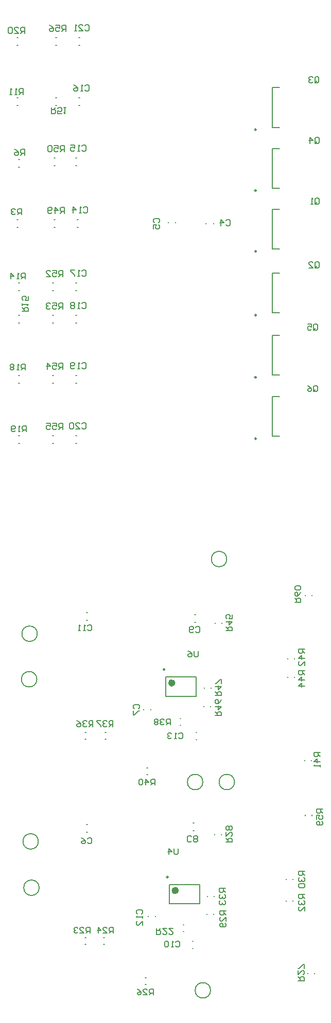
<source format=gbr>
G04 Layer_Color=32896*
%FSLAX26Y26*%
%MOIN*%
%TF.FileFunction,Legend,Bot*%
%TF.Part,Single*%
G01*
G75*
%TA.AperFunction,NonConductor*%
%ADD46C,0.007874*%
%ADD47C,0.009842*%
%ADD48C,0.023622*%
D46*
X268000Y2391000D02*
G03*
X268000Y2391000I-50000J0D01*
G01*
X265000Y2096000D02*
G03*
X265000Y2096000I-50000J0D01*
G01*
X1390000Y80000D02*
G03*
X1390000Y80000I-50000J0D01*
G01*
X1495000Y2875000D02*
G03*
X1495000Y2875000I-50000J0D01*
G01*
X1340000Y1430000D02*
G03*
X1340000Y1430000I-50000J0D01*
G01*
X280000Y745000D02*
G03*
X280000Y745000I-50000J0D01*
G01*
X275000Y1045000D02*
G03*
X275000Y1045000I-50000J0D01*
G01*
X1545000Y1430000D02*
G03*
X1545000Y1430000I-50000J0D01*
G01*
X2046654Y1213032D02*
Y1216969D01*
X2003347Y1213032D02*
Y1216969D01*
X2046654Y2638032D02*
Y2641969D01*
X2003347Y2638032D02*
Y2641969D01*
X1409606Y5048032D02*
Y5051968D01*
X1360394Y5048032D02*
Y5051968D01*
X1921654Y658032D02*
Y661970D01*
X1878348Y658032D02*
Y661970D01*
X698032Y421654D02*
X701970D01*
X698032Y378348D02*
X701970D01*
X578032D02*
X581968D01*
X578032Y421654D02*
X581968D01*
X1888346Y2228032D02*
Y2231970D01*
X1931654Y2228032D02*
Y2231970D01*
X1297536Y1753008D02*
X1301472D01*
X1297536Y1703796D02*
X1301472D01*
X588048Y2478644D02*
X591986D01*
X588048Y2527856D02*
X591986D01*
X588032Y1105394D02*
X591968D01*
X588032Y1154606D02*
X591968D01*
X1273032Y399606D02*
X1276968D01*
X1273032Y350394D02*
X1276968D01*
X1791278Y4067768D02*
X1836434D01*
X1791278D02*
Y4325248D01*
X1836434D01*
X1791278Y3669854D02*
X1836434D01*
X1791278D02*
Y3927334D01*
X1836434D01*
X1791276Y5672662D02*
X1836434D01*
X1791276D02*
Y5930142D01*
X1836434D01*
X1791276Y5278302D02*
X1836434D01*
X1791276D02*
Y5535782D01*
X1836434D01*
X1791276Y4470168D02*
X1836434D01*
X1791276D02*
Y4727648D01*
X1836434D01*
X1791276Y4883946D02*
X1836434D01*
X1791276D02*
Y5141426D01*
X1836434D01*
X708032Y1751654D02*
X711970D01*
X708032Y1708346D02*
X711970D01*
X1099080Y2111394D02*
X1295930D01*
X1099080Y1985410D02*
X1295930D01*
X1099080D02*
Y2111394D01*
X1295930Y1985410D02*
Y2111394D01*
X1391158Y1918432D02*
Y1922370D01*
X1347852Y1918432D02*
Y1922370D01*
X1391652Y2038032D02*
Y2041970D01*
X1348346Y2038032D02*
Y2041970D01*
X1411652Y688032D02*
Y691970D01*
X1368346Y688032D02*
Y691970D01*
X1411158Y571432D02*
Y575370D01*
X1367852Y571432D02*
Y575370D01*
X1460156Y1088434D02*
Y1092372D01*
X1416850Y1088434D02*
Y1092372D01*
X1121592Y766242D02*
X1318442D01*
X1121592Y640258D02*
X1318442D01*
X1121592D02*
Y766242D01*
X1318442Y640258D02*
Y766242D01*
X2018346Y188032D02*
Y191968D01*
X2061652Y188032D02*
Y191968D01*
X1211536Y461748D02*
X1215472D01*
X1211536Y505056D02*
X1215472D01*
X1193536Y1798748D02*
X1197472D01*
X1193536Y1842056D02*
X1197472D01*
X1998348Y1568032D02*
Y1571970D01*
X2041654Y1568032D02*
Y1571970D01*
X1004606Y1898032D02*
Y1901968D01*
X955394Y1898032D02*
Y1901968D01*
X1278032Y1164606D02*
X1281968D01*
X1278032Y1115394D02*
X1281968D01*
X1288032Y2514606D02*
X1291968D01*
X1288032Y2465394D02*
X1291968D01*
X1034606Y558032D02*
Y561968D01*
X985394Y558032D02*
Y561968D01*
X968032Y161654D02*
X971968D01*
X968032Y118346D02*
X971968D01*
X1888346Y2108032D02*
Y2111968D01*
X1931654Y2108032D02*
Y2111968D01*
X978032Y1521654D02*
X981968D01*
X978032Y1478346D02*
X981968D01*
X578032Y1751654D02*
X581968D01*
X578032Y1708346D02*
X581968D01*
X1921654Y798032D02*
Y801970D01*
X1878346Y798032D02*
Y801970D01*
X1461654Y2458032D02*
Y2461968D01*
X1418346Y2458032D02*
Y2461968D01*
X138030Y6253622D02*
X141968D01*
X138030Y6206378D02*
X141968D01*
X388032D02*
X391968D01*
X388032Y6253622D02*
X391968D01*
X538032Y6254606D02*
X541968D01*
X538032Y6205394D02*
X541968D01*
X138032Y5816378D02*
X141968D01*
X138032Y5863622D02*
X141968D01*
X388032Y5816378D02*
X391968D01*
X388032Y5863622D02*
X391968D01*
X538032Y5864606D02*
X541968D01*
X538032Y5815394D02*
X541968D01*
X378032Y5426378D02*
X381968D01*
X378032Y5473622D02*
X381968D01*
X148032Y5416378D02*
X151968D01*
X148032Y5463622D02*
X151968D01*
X518032Y5474606D02*
X521968D01*
X518032Y5425394D02*
X521968D01*
X138032Y5026380D02*
X141968D01*
X138032Y5073624D02*
X141968D01*
X378032Y5026378D02*
X381968D01*
X378032Y5073622D02*
X381968D01*
X528032Y5074606D02*
X531968D01*
X528032Y5025394D02*
X531968D01*
X148032Y4616380D02*
X151968D01*
X148032Y4663624D02*
X151968D01*
X148032Y4406380D02*
X151968D01*
X148032Y4453624D02*
X151968D01*
X368032Y4406378D02*
X371968D01*
X368032Y4453622D02*
X371968D01*
X518032Y4454606D02*
X521968D01*
X518032Y4405394D02*
X521968D01*
X368032Y4616378D02*
X371968D01*
X368032Y4663622D02*
X371968D01*
X518032Y4664606D02*
X521968D01*
X518032Y4615394D02*
X521968D01*
X148032Y4016380D02*
X151968D01*
X148032Y4063624D02*
X151968D01*
X368032Y4016378D02*
X371968D01*
X368032Y4063622D02*
X371968D01*
X518032Y4064606D02*
X521968D01*
X518032Y4015394D02*
X521968D01*
X148032Y3626378D02*
X151968D01*
X148032Y3673622D02*
X151968D01*
X368032Y3626378D02*
X371968D01*
X368032Y3673622D02*
X371968D01*
X518032Y3674606D02*
X521968D01*
X518032Y3625394D02*
X521968D01*
X1164426Y5053278D02*
Y5057214D01*
X1115214Y5053278D02*
Y5057214D01*
X2115000Y1255000D02*
X2075643D01*
Y1235321D01*
X2082202Y1228762D01*
X2095321D01*
X2101881Y1235321D01*
Y1255000D01*
Y1241881D02*
X2115000Y1228762D01*
X2075643Y1189404D02*
Y1215643D01*
X2095321D01*
X2088762Y1202524D01*
Y1195964D01*
X2095321Y1189404D01*
X2108440D01*
X2115000Y1195964D01*
Y1209083D01*
X2108440Y1215643D01*
Y1176285D02*
X2115000Y1169726D01*
Y1156607D01*
X2108440Y1150047D01*
X2082202D01*
X2075643Y1156607D01*
Y1169726D01*
X2082202Y1176285D01*
X2088762D01*
X2095321Y1169726D01*
Y1150047D01*
X1935000Y2595000D02*
X1974357D01*
Y2614679D01*
X1967798Y2621238D01*
X1954679D01*
X1948119Y2614679D01*
Y2595000D01*
Y2608119D02*
X1935000Y2621238D01*
X1974357Y2660596D02*
X1967798Y2647477D01*
X1954679Y2634357D01*
X1941560D01*
X1935000Y2640917D01*
Y2654036D01*
X1941560Y2660596D01*
X1948119D01*
X1954679Y2654036D01*
Y2634357D01*
X1967798Y2673715D02*
X1974357Y2680274D01*
Y2693394D01*
X1967798Y2699953D01*
X1941560D01*
X1935000Y2693394D01*
Y2680274D01*
X1941560Y2673715D01*
X1967798D01*
X1488762Y5067798D02*
X1495321Y5074357D01*
X1508440D01*
X1515000Y5067798D01*
Y5041560D01*
X1508440Y5035000D01*
X1495321D01*
X1488762Y5041560D01*
X1455964Y5035000D02*
Y5074357D01*
X1475643Y5054679D01*
X1449404D01*
X1020000Y50000D02*
Y89357D01*
X1000321D01*
X993762Y82798D01*
Y69679D01*
X1000321Y63119D01*
X1020000D01*
X1006881D02*
X993762Y50000D01*
X954404D02*
X980643D01*
X954404Y76238D01*
Y82798D01*
X960964Y89357D01*
X974083D01*
X980643Y82798D01*
X915047Y89357D02*
X928166Y82798D01*
X941285Y69679D01*
Y56560D01*
X934726Y50000D01*
X921606D01*
X915047Y56560D01*
Y63119D01*
X921606Y69679D01*
X941285D01*
X2000000Y2150000D02*
X1960643D01*
Y2130321D01*
X1967202Y2123762D01*
X1980321D01*
X1986881Y2130321D01*
Y2150000D01*
Y2136881D02*
X2000000Y2123762D01*
Y2090964D02*
X1960643D01*
X1980321Y2110643D01*
Y2084404D01*
X2000000Y2051606D02*
X1960643D01*
X1980321Y2071285D01*
Y2045047D01*
X1030000Y1410000D02*
Y1449357D01*
X1010321D01*
X1003762Y1442798D01*
Y1429679D01*
X1010321Y1423119D01*
X1030000D01*
X1016881D02*
X1003762Y1410000D01*
X970964D02*
Y1449357D01*
X990643Y1429679D01*
X964404D01*
X951285Y1442798D02*
X944726Y1449357D01*
X931606D01*
X925047Y1442798D01*
Y1416560D01*
X931606Y1410000D01*
X944726D01*
X951285Y1416560D01*
Y1442798D01*
X628072Y1788412D02*
Y1827769D01*
X608393D01*
X601834Y1821209D01*
Y1808090D01*
X608393Y1801531D01*
X628072D01*
X614953D02*
X601834Y1788412D01*
X588715Y1821209D02*
X582155Y1827769D01*
X569036D01*
X562476Y1821209D01*
Y1814650D01*
X569036Y1808090D01*
X575595D01*
X569036D01*
X562476Y1801531D01*
Y1794971D01*
X569036Y1788412D01*
X582155D01*
X588715Y1794971D01*
X523119Y1827769D02*
X536238Y1821209D01*
X549357Y1808090D01*
Y1794971D01*
X542798Y1788412D01*
X529678D01*
X523119Y1794971D01*
Y1801531D01*
X529678Y1808090D01*
X549357D01*
X2000000Y850000D02*
X1960643D01*
Y830321D01*
X1967202Y823762D01*
X1980321D01*
X1986881Y830321D01*
Y850000D01*
Y836881D02*
X2000000Y823762D01*
X1967202Y810643D02*
X1960643Y804083D01*
Y790964D01*
X1967202Y784404D01*
X1973762D01*
X1980321Y790964D01*
Y797524D01*
Y790964D01*
X1986881Y784404D01*
X1993440D01*
X2000000Y790964D01*
Y804083D01*
X1993440Y810643D01*
X1967202Y771285D02*
X1960643Y764726D01*
Y751606D01*
X1967202Y745047D01*
X1993440D01*
X2000000Y751606D01*
Y764726D01*
X1993440Y771285D01*
X1967202D01*
X197384Y3700000D02*
Y3739357D01*
X177705D01*
X171146Y3732798D01*
Y3719679D01*
X177705Y3713119D01*
X197384D01*
X184265D02*
X171146Y3700000D01*
X158027D02*
X144908D01*
X151467D01*
Y3739357D01*
X158027Y3732798D01*
X125229Y3706560D02*
X118669Y3700000D01*
X105550D01*
X98991Y3706560D01*
Y3732798D01*
X105550Y3739357D01*
X118669D01*
X125229Y3732798D01*
Y3726238D01*
X118669Y3719679D01*
X98991D01*
X190000Y4100000D02*
Y4139357D01*
X170321D01*
X163762Y4132798D01*
Y4119679D01*
X170321Y4113119D01*
X190000D01*
X176881D02*
X163762Y4100000D01*
X150643D02*
X137524D01*
X144083D01*
Y4139357D01*
X150643Y4132798D01*
X117845D02*
X111285Y4139357D01*
X98166D01*
X91607Y4132798D01*
Y4126238D01*
X98166Y4119679D01*
X91607Y4113119D01*
Y4106560D01*
X98166Y4100000D01*
X111285D01*
X117845Y4106560D01*
Y4113119D01*
X111285Y4119679D01*
X117845Y4126238D01*
Y4132798D01*
X111285Y4119679D02*
X98166D01*
X2057755Y3966908D02*
Y3993146D01*
X2064314Y3999706D01*
X2077434D01*
X2083993Y3993146D01*
Y3966908D01*
X2077434Y3960349D01*
X2064314D01*
X2070874Y3973468D02*
X2057755Y3960349D01*
X2064314D02*
X2057755Y3966908D01*
X2018398Y3999706D02*
X2031517Y3993146D01*
X2044636Y3980027D01*
Y3966908D01*
X2038076Y3960349D01*
X2024957D01*
X2018398Y3966908D01*
Y3973468D01*
X2024957Y3980027D01*
X2044636D01*
X2057629Y4364908D02*
Y4391146D01*
X2064188Y4397706D01*
X2077307D01*
X2083867Y4391146D01*
Y4364908D01*
X2077307Y4358349D01*
X2064188D01*
X2070748Y4371468D02*
X2057629Y4358349D01*
X2064188D02*
X2057629Y4364908D01*
X2018272Y4397706D02*
X2044510D01*
Y4378027D01*
X2031391Y4384587D01*
X2024831D01*
X2018272Y4378027D01*
Y4364908D01*
X2024831Y4358349D01*
X2037950D01*
X2044510Y4364908D01*
X2065172Y5969189D02*
Y5995427D01*
X2071731Y6001986D01*
X2084851D01*
X2091410Y5995427D01*
Y5969189D01*
X2084851Y5962629D01*
X2071731D01*
X2078291Y5975748D02*
X2065172Y5962629D01*
X2071731D02*
X2065172Y5969189D01*
X2052053Y5995427D02*
X2045493Y6001986D01*
X2032374D01*
X2025815Y5995427D01*
Y5988867D01*
X2032374Y5982308D01*
X2038934D01*
X2032374D01*
X2025815Y5975748D01*
Y5969189D01*
X2032374Y5962629D01*
X2045493D01*
X2052053Y5969189D01*
X2065329Y5575130D02*
Y5601368D01*
X2071889Y5607928D01*
X2085008D01*
X2091568Y5601368D01*
Y5575130D01*
X2085008Y5568571D01*
X2071889D01*
X2078449Y5581690D02*
X2065329Y5568571D01*
X2071889D02*
X2065329Y5575130D01*
X2032532Y5568571D02*
Y5607928D01*
X2052210Y5588249D01*
X2025972D01*
X2065329Y4767066D02*
Y4793305D01*
X2071888Y4799864D01*
X2085007D01*
X2091567Y4793305D01*
Y4767066D01*
X2085007Y4760507D01*
X2071888D01*
X2078448Y4773626D02*
X2065329Y4760507D01*
X2071888D02*
X2065329Y4767066D01*
X2025971Y4760507D02*
X2052209D01*
X2025971Y4786745D01*
Y4793305D01*
X2032531Y4799864D01*
X2045650D01*
X2052209Y4793305D01*
X2065644Y5180702D02*
Y5206940D01*
X2072203Y5213500D01*
X2085322D01*
X2091882Y5206940D01*
Y5180702D01*
X2085322Y5174143D01*
X2072203D01*
X2078763Y5187262D02*
X2065644Y5174143D01*
X2072203D02*
X2065644Y5180702D01*
X2052524Y5174143D02*
X2039405D01*
X2045965D01*
Y5213500D01*
X2052524Y5206940D01*
X1027202Y5053762D02*
X1020643Y5060321D01*
Y5073440D01*
X1027202Y5080000D01*
X1053440D01*
X1060000Y5073440D01*
Y5060321D01*
X1053440Y5053762D01*
X1020643Y5014404D02*
Y5040643D01*
X1040321D01*
X1033762Y5027524D01*
Y5020964D01*
X1040321Y5014404D01*
X1053440D01*
X1060000Y5020964D01*
Y5034083D01*
X1053440Y5040643D01*
X176473Y5886132D02*
Y5925489D01*
X156795D01*
X150235Y5918930D01*
Y5905810D01*
X156795Y5899251D01*
X176473D01*
X163354D02*
X150235Y5886132D01*
X137116D02*
X123997D01*
X130556D01*
Y5925489D01*
X137116Y5918930D01*
X104318Y5886132D02*
X91199D01*
X97758D01*
Y5925489D01*
X104318Y5918930D01*
X170000Y4480000D02*
X209357D01*
Y4499679D01*
X202798Y4506238D01*
X189679D01*
X183119Y4499679D01*
Y4480000D01*
Y4493119D02*
X170000Y4506238D01*
Y4519357D02*
Y4532476D01*
Y4525917D01*
X209357D01*
X202798Y4519357D01*
X209357Y4578393D02*
Y4552155D01*
X189679D01*
X196238Y4565274D01*
Y4571834D01*
X189679Y4578393D01*
X176560D01*
X170000Y4571834D01*
Y4558715D01*
X176560Y4552155D01*
X190000Y4690000D02*
Y4729357D01*
X170321D01*
X163762Y4722798D01*
Y4709679D01*
X170321Y4703119D01*
X190000D01*
X176881D02*
X163762Y4690000D01*
X150643D02*
X137524D01*
X144083D01*
Y4729357D01*
X150643Y4722798D01*
X98166Y4690000D02*
Y4729357D01*
X117845Y4709679D01*
X91607D01*
X186456Y5493083D02*
Y5532440D01*
X166778D01*
X160218Y5525881D01*
Y5512761D01*
X166778Y5506202D01*
X186456D01*
X173337D02*
X160218Y5493083D01*
X120861Y5532440D02*
X133980Y5525881D01*
X147099Y5512761D01*
Y5499642D01*
X140539Y5493083D01*
X127420D01*
X120861Y5499642D01*
Y5506202D01*
X127420Y5512761D01*
X147099D01*
X166456Y5106626D02*
Y5145984D01*
X146778D01*
X140218Y5139424D01*
Y5126305D01*
X146778Y5119745D01*
X166456D01*
X153337D02*
X140218Y5106626D01*
X127099Y5139424D02*
X120539Y5145984D01*
X107420D01*
X100861Y5139424D01*
Y5132864D01*
X107420Y5126305D01*
X113980D01*
X107420D01*
X100861Y5119745D01*
Y5113186D01*
X107420Y5106626D01*
X120539D01*
X127099Y5113186D01*
X186473Y6282431D02*
Y6321788D01*
X166795D01*
X160235Y6315229D01*
Y6302110D01*
X166795Y6295550D01*
X186473D01*
X173354D02*
X160235Y6282431D01*
X120878D02*
X147116D01*
X120878Y6308669D01*
Y6315229D01*
X127437Y6321788D01*
X140556D01*
X147116Y6315229D01*
X107758D02*
X101199Y6321788D01*
X88080D01*
X81520Y6315229D01*
Y6288991D01*
X88080Y6282431D01*
X101199D01*
X107758Y6288991D01*
Y6315229D01*
X593762Y2442798D02*
X600321Y2449357D01*
X613440D01*
X620000Y2442798D01*
Y2416560D01*
X613440Y2410000D01*
X600321D01*
X593762Y2416560D01*
X580643Y2410000D02*
X567524D01*
X574083D01*
Y2449357D01*
X580643Y2442798D01*
X547845Y2410000D02*
X534726D01*
X541285D01*
Y2449357D01*
X547845Y2442798D01*
X917202Y573762D02*
X910643Y580321D01*
Y593440D01*
X917202Y600000D01*
X943440D01*
X950000Y593440D01*
Y580321D01*
X943440Y573762D01*
X950000Y560643D02*
Y547524D01*
Y554083D01*
X910643D01*
X917202Y560643D01*
X950000Y501607D02*
Y527845D01*
X923762Y501607D01*
X917202D01*
X910643Y508166D01*
Y521285D01*
X917202Y527845D01*
X897202Y1903762D02*
X890643Y1910321D01*
Y1923440D01*
X897202Y1930000D01*
X923440D01*
X930000Y1923440D01*
Y1910321D01*
X923440Y1903762D01*
X890643Y1890643D02*
Y1864404D01*
X897202D01*
X923440Y1890643D01*
X930000D01*
X1183762Y1742798D02*
X1190321Y1749357D01*
X1203440D01*
X1210000Y1742798D01*
Y1716560D01*
X1203440Y1710000D01*
X1190321D01*
X1183762Y1716560D01*
X1170643Y1710000D02*
X1157524D01*
X1164083D01*
Y1749357D01*
X1170643Y1742798D01*
X1137845D02*
X1131285Y1749357D01*
X1118166D01*
X1111607Y1742798D01*
Y1736238D01*
X1118166Y1729679D01*
X1124726D01*
X1118166D01*
X1111607Y1723119D01*
Y1716560D01*
X1118166Y1710000D01*
X1131285D01*
X1137845Y1716560D01*
X593762Y1062798D02*
X600321Y1069357D01*
X613440D01*
X620000Y1062798D01*
Y1036560D01*
X613440Y1030000D01*
X600321D01*
X593762Y1036560D01*
X554404Y1069357D02*
X567524Y1062798D01*
X580643Y1049679D01*
Y1036560D01*
X574083Y1030000D01*
X560964D01*
X554404Y1036560D01*
Y1043119D01*
X560964Y1049679D01*
X580643D01*
X1292485Y2431686D02*
X1299045Y2438245D01*
X1312164D01*
X1318724Y2431686D01*
Y2405447D01*
X1312164Y2398888D01*
X1299045D01*
X1292485Y2405447D01*
X1279366D02*
X1272806Y2398888D01*
X1259687D01*
X1253128Y2405447D01*
Y2431686D01*
X1259687Y2438245D01*
X1272806D01*
X1279366Y2431686D01*
Y2425126D01*
X1272806Y2418566D01*
X1253128D01*
X1163762Y392798D02*
X1170321Y399357D01*
X1183440D01*
X1190000Y392798D01*
Y366560D01*
X1183440Y360000D01*
X1170321D01*
X1163762Y366560D01*
X1150643Y360000D02*
X1137524D01*
X1144083D01*
Y399357D01*
X1150643Y392798D01*
X1117845D02*
X1111285Y399357D01*
X1098166D01*
X1091607Y392798D01*
Y366560D01*
X1098166Y360000D01*
X1111285D01*
X1117845Y366560D01*
Y392798D01*
X1266238Y1047202D02*
X1259679Y1040643D01*
X1246560D01*
X1240000Y1047202D01*
Y1073440D01*
X1246560Y1080000D01*
X1259679D01*
X1266238Y1073440D01*
X1279357Y1047202D02*
X1285917Y1040643D01*
X1299036D01*
X1305596Y1047202D01*
Y1053762D01*
X1299036Y1060321D01*
X1305596Y1066881D01*
Y1073440D01*
X1299036Y1080000D01*
X1285917D01*
X1279357Y1073440D01*
Y1066881D01*
X1285917Y1060321D01*
X1279357Y1053762D01*
Y1047202D01*
X1285917Y1060321D02*
X1299036D01*
X760000Y450000D02*
Y489357D01*
X740321D01*
X733762Y482798D01*
Y469679D01*
X740321Y463119D01*
X760000D01*
X746881D02*
X733762Y450000D01*
X694404D02*
X720643D01*
X694404Y476238D01*
Y482798D01*
X700964Y489357D01*
X714083D01*
X720643Y482798D01*
X661606Y450000D02*
Y489357D01*
X681285Y469679D01*
X655047D01*
X758072Y1788412D02*
Y1827769D01*
X738393D01*
X731834Y1821209D01*
Y1808090D01*
X738393Y1801531D01*
X758072D01*
X744953D02*
X731834Y1788412D01*
X718715Y1821209D02*
X712155Y1827769D01*
X699036D01*
X692476Y1821209D01*
Y1814650D01*
X699036Y1808090D01*
X705595D01*
X699036D01*
X692476Y1801531D01*
Y1794971D01*
X699036Y1788412D01*
X712155D01*
X718715Y1794971D01*
X679357Y1827769D02*
X653119D01*
Y1821209D01*
X679357Y1794971D01*
Y1788412D01*
X2100000Y1620000D02*
X2060643D01*
Y1600321D01*
X2067202Y1593762D01*
X2080321D01*
X2086881Y1600321D01*
Y1620000D01*
Y1606881D02*
X2100000Y1593762D01*
Y1560964D02*
X2060643D01*
X2080321Y1580643D01*
Y1554404D01*
X2100000Y1541285D02*
Y1528166D01*
Y1534726D01*
X2060643D01*
X2067202Y1541285D01*
X610000Y450000D02*
Y489357D01*
X590321D01*
X583762Y482798D01*
Y469679D01*
X590321Y463119D01*
X610000D01*
X596881D02*
X583762Y450000D01*
X544404D02*
X570643D01*
X544404Y476238D01*
Y482798D01*
X550964Y489357D01*
X564083D01*
X570643Y482798D01*
X531285D02*
X524726Y489357D01*
X511606D01*
X505047Y482798D01*
Y476238D01*
X511606Y469679D01*
X518166D01*
X511606D01*
X505047Y463119D01*
Y456560D01*
X511606Y450000D01*
X524726D01*
X531285Y456560D01*
X1956000Y143000D02*
X1995357D01*
Y162679D01*
X1988798Y169238D01*
X1975679D01*
X1969119Y162679D01*
Y143000D01*
Y156119D02*
X1956000Y169238D01*
Y208596D02*
Y182357D01*
X1982238Y208596D01*
X1988798D01*
X1995357Y202036D01*
Y188917D01*
X1988798Y182357D01*
X1995357Y221715D02*
Y247953D01*
X1988798D01*
X1962560Y221715D01*
X1956000D01*
X1490000Y1040000D02*
X1529357D01*
Y1059679D01*
X1522798Y1066238D01*
X1509679D01*
X1503119Y1059679D01*
Y1040000D01*
Y1053119D02*
X1490000Y1066238D01*
Y1105596D02*
Y1079357D01*
X1516238Y1105596D01*
X1522798D01*
X1529357Y1099036D01*
Y1085917D01*
X1522798Y1079357D01*
Y1118715D02*
X1529357Y1125274D01*
Y1138393D01*
X1522798Y1144953D01*
X1516238D01*
X1509679Y1138393D01*
X1503119Y1144953D01*
X1496560D01*
X1490000Y1138393D01*
Y1125274D01*
X1496560Y1118715D01*
X1503119D01*
X1509679Y1125274D01*
X1516238Y1118715D01*
X1522798D01*
X1509679Y1125274D02*
Y1138393D01*
X1490000Y595000D02*
X1450643D01*
Y575321D01*
X1457202Y568762D01*
X1470321D01*
X1476881Y575321D01*
Y595000D01*
Y581881D02*
X1490000Y568762D01*
Y529404D02*
Y555643D01*
X1463762Y529404D01*
X1457202D01*
X1450643Y535964D01*
Y549083D01*
X1457202Y555643D01*
X1483440Y516285D02*
X1490000Y509726D01*
Y496606D01*
X1483440Y490047D01*
X1457202D01*
X1450643Y496606D01*
Y509726D01*
X1457202Y516285D01*
X1463762D01*
X1470321Y509726D01*
Y490047D01*
X1485000Y740000D02*
X1445643D01*
Y720321D01*
X1452202Y713762D01*
X1465321D01*
X1471881Y720321D01*
Y740000D01*
Y726881D02*
X1485000Y713762D01*
X1452202Y700643D02*
X1445643Y694083D01*
Y680964D01*
X1452202Y674404D01*
X1458762D01*
X1465321Y680964D01*
Y687524D01*
Y680964D01*
X1471881Y674404D01*
X1478440D01*
X1485000Y680964D01*
Y694083D01*
X1478440Y700643D01*
X1452202Y661285D02*
X1445643Y654726D01*
Y641606D01*
X1452202Y635047D01*
X1458762D01*
X1465321Y641606D01*
Y648166D01*
Y641606D01*
X1471881Y635047D01*
X1478440D01*
X1485000Y641606D01*
Y654726D01*
X1478440Y661285D01*
X2000000Y700000D02*
X1960643D01*
Y680321D01*
X1967202Y673762D01*
X1980321D01*
X1986881Y680321D01*
Y700000D01*
Y686881D02*
X2000000Y673762D01*
X1967202Y660643D02*
X1960643Y654083D01*
Y640964D01*
X1967202Y634404D01*
X1973762D01*
X1980321Y640964D01*
Y647524D01*
Y640964D01*
X1986881Y634404D01*
X1993440D01*
X2000000Y640964D01*
Y654083D01*
X1993440Y660643D01*
X2000000Y595047D02*
Y621285D01*
X1973762Y595047D01*
X1967202D01*
X1960643Y601606D01*
Y614726D01*
X1967202Y621285D01*
X1420000Y1860000D02*
X1459357D01*
Y1879679D01*
X1452798Y1886238D01*
X1439679D01*
X1433119Y1879679D01*
Y1860000D01*
Y1873119D02*
X1420000Y1886238D01*
Y1919036D02*
X1459357D01*
X1439679Y1899357D01*
Y1925596D01*
X1459357Y1964953D02*
X1452798Y1951834D01*
X1439679Y1938715D01*
X1426560D01*
X1420000Y1945274D01*
Y1958393D01*
X1426560Y1964953D01*
X1433119D01*
X1439679Y1958393D01*
Y1938715D01*
X1420000Y1990000D02*
X1459357D01*
Y2009679D01*
X1452798Y2016238D01*
X1439679D01*
X1433119Y2009679D01*
Y1990000D01*
Y2003119D02*
X1420000Y2016238D01*
Y2049036D02*
X1459357D01*
X1439679Y2029357D01*
Y2055596D01*
X1459357Y2068715D02*
Y2094953D01*
X1452798D01*
X1426560Y2068715D01*
X1420000D01*
X1180000Y999357D02*
Y966560D01*
X1173440Y960000D01*
X1160321D01*
X1153762Y966560D01*
Y999357D01*
X1120964Y960000D02*
Y999357D01*
X1140643Y979679D01*
X1114404D01*
X1309072Y2279769D02*
Y2246971D01*
X1302512Y2240412D01*
X1289393D01*
X1282834Y2246971D01*
Y2279769D01*
X1243476D02*
X1256595Y2273209D01*
X1269715Y2260090D01*
Y2246971D01*
X1263155Y2240412D01*
X1250036D01*
X1243476Y2246971D01*
Y2253531D01*
X1250036Y2260090D01*
X1269715D01*
X1040000Y480000D02*
Y440643D01*
X1059679D01*
X1066238Y447202D01*
Y460321D01*
X1059679Y466881D01*
X1040000D01*
X1053119D02*
X1066238Y480000D01*
X1105596D02*
X1079357D01*
X1105596Y453762D01*
Y447202D01*
X1099036Y440643D01*
X1085917D01*
X1079357Y447202D01*
X1144953Y480000D02*
X1118715D01*
X1144953Y453762D01*
Y447202D01*
X1138393Y440643D01*
X1125274D01*
X1118715Y447202D01*
X1130000Y1800000D02*
Y1839357D01*
X1110321D01*
X1103762Y1832798D01*
Y1819679D01*
X1110321Y1813119D01*
X1130000D01*
X1116881D02*
X1103762Y1800000D01*
X1090643Y1832798D02*
X1084083Y1839357D01*
X1070964D01*
X1064404Y1832798D01*
Y1826238D01*
X1070964Y1819679D01*
X1077524D01*
X1070964D01*
X1064404Y1813119D01*
Y1806560D01*
X1070964Y1800000D01*
X1084083D01*
X1090643Y1806560D01*
X1051285Y1832798D02*
X1044726Y1839357D01*
X1031607D01*
X1025047Y1832798D01*
Y1826238D01*
X1031607Y1819679D01*
X1025047Y1813119D01*
Y1806560D01*
X1031607Y1800000D01*
X1044726D01*
X1051285Y1806560D01*
Y1813119D01*
X1044726Y1819679D01*
X1051285Y1826238D01*
Y1832798D01*
X1044726Y1819679D02*
X1031607D01*
X2000000Y2290000D02*
X1960643D01*
Y2270321D01*
X1967202Y2263762D01*
X1980321D01*
X1986881Y2270321D01*
Y2290000D01*
Y2276881D02*
X2000000Y2263762D01*
Y2230964D02*
X1960643D01*
X1980321Y2250643D01*
Y2224404D01*
X2000000Y2185047D02*
Y2211285D01*
X1973762Y2185047D01*
X1967202D01*
X1960643Y2191606D01*
Y2204726D01*
X1967202Y2211285D01*
X1490000Y2410000D02*
X1529357D01*
Y2429679D01*
X1522798Y2436238D01*
X1509679D01*
X1503119Y2429679D01*
Y2410000D01*
Y2423119D02*
X1490000Y2436238D01*
Y2469036D02*
X1529357D01*
X1509679Y2449357D01*
Y2475596D01*
X1529357Y2514953D02*
Y2488715D01*
X1509679D01*
X1516238Y2501834D01*
Y2508394D01*
X1509679Y2514953D01*
X1496560D01*
X1490000Y2508394D01*
Y2495274D01*
X1496560Y2488715D01*
X565834Y5151209D02*
X572393Y5157769D01*
X585512D01*
X592072Y5151209D01*
Y5124971D01*
X585512Y5118412D01*
X572393D01*
X565834Y5124971D01*
X552715Y5118412D02*
X539595D01*
X546155D01*
Y5157769D01*
X552715Y5151209D01*
X500238Y5118412D02*
Y5157769D01*
X519917Y5138090D01*
X493678D01*
X555834Y5551209D02*
X562393Y5557769D01*
X575512D01*
X582072Y5551209D01*
Y5524971D01*
X575512Y5518412D01*
X562393D01*
X555834Y5524971D01*
X542715Y5518412D02*
X529595D01*
X536155D01*
Y5557769D01*
X542715Y5551209D01*
X483678Y5557769D02*
X509917D01*
Y5538090D01*
X496798Y5544650D01*
X490238D01*
X483678Y5538090D01*
Y5524971D01*
X490238Y5518412D01*
X503357D01*
X509917Y5524971D01*
X575834Y5941209D02*
X582393Y5947769D01*
X595512D01*
X602072Y5941209D01*
Y5914971D01*
X595512Y5908412D01*
X582393D01*
X575834Y5914971D01*
X562715Y5908412D02*
X549595D01*
X556155D01*
Y5947769D01*
X562715Y5941209D01*
X503678Y5947769D02*
X516798Y5941209D01*
X529917Y5928090D01*
Y5914971D01*
X523357Y5908412D01*
X510238D01*
X503678Y5914971D01*
Y5921531D01*
X510238Y5928090D01*
X529917D01*
X555834Y4741209D02*
X562393Y4747769D01*
X575512D01*
X582072Y4741209D01*
Y4714971D01*
X575512Y4708412D01*
X562393D01*
X555834Y4714971D01*
X542715Y4708412D02*
X529595D01*
X536155D01*
Y4747769D01*
X542715Y4741209D01*
X509917Y4747769D02*
X483678D01*
Y4741209D01*
X509917Y4714971D01*
Y4708412D01*
X555834Y4531209D02*
X562393Y4537769D01*
X575512D01*
X582072Y4531209D01*
Y4504971D01*
X575512Y4498412D01*
X562393D01*
X555834Y4504971D01*
X542715Y4498412D02*
X529595D01*
X536155D01*
Y4537769D01*
X542715Y4531209D01*
X509917D02*
X503357Y4537769D01*
X490238D01*
X483678Y4531209D01*
Y4524650D01*
X490238Y4518090D01*
X483678Y4511531D01*
Y4504971D01*
X490238Y4498412D01*
X503357D01*
X509917Y4504971D01*
Y4511531D01*
X503357Y4518090D01*
X509917Y4524650D01*
Y4531209D01*
X503357Y4518090D02*
X490238D01*
X555834Y4141209D02*
X562393Y4147769D01*
X575512D01*
X582072Y4141209D01*
Y4114971D01*
X575512Y4108412D01*
X562393D01*
X555834Y4114971D01*
X542715Y4108412D02*
X529595D01*
X536155D01*
Y4147769D01*
X542715Y4141209D01*
X509917Y4114971D02*
X503357Y4108412D01*
X490238D01*
X483678Y4114971D01*
Y4141209D01*
X490238Y4147769D01*
X503357D01*
X509917Y4141209D01*
Y4134650D01*
X503357Y4128090D01*
X483678D01*
X555834Y3751209D02*
X562393Y3757769D01*
X575512D01*
X582072Y3751209D01*
Y3724971D01*
X575512Y3718412D01*
X562393D01*
X555834Y3724971D01*
X516476Y3718412D02*
X542715D01*
X516476Y3744650D01*
Y3751209D01*
X523036Y3757769D01*
X536155D01*
X542715Y3751209D01*
X503357D02*
X496798Y3757769D01*
X483678D01*
X477119Y3751209D01*
Y3724971D01*
X483678Y3718412D01*
X496798D01*
X503357Y3724971D01*
Y3751209D01*
X575834Y6331209D02*
X582393Y6337769D01*
X595512D01*
X602072Y6331209D01*
Y6304971D01*
X595512Y6298412D01*
X582393D01*
X575834Y6304971D01*
X536476Y6298412D02*
X562715D01*
X536476Y6324650D01*
Y6331209D01*
X543036Y6337769D01*
X556155D01*
X562715Y6331209D01*
X523357Y6298412D02*
X510238D01*
X516798D01*
Y6337769D01*
X523357Y6331209D01*
X442072Y5116412D02*
Y5155769D01*
X422393D01*
X415834Y5149209D01*
Y5136090D01*
X422393Y5129531D01*
X442072D01*
X428953D02*
X415834Y5116412D01*
X383036D02*
Y5155769D01*
X402714Y5136090D01*
X376476D01*
X363357Y5122971D02*
X356798Y5116412D01*
X343678D01*
X337119Y5122971D01*
Y5149209D01*
X343678Y5155769D01*
X356798D01*
X363357Y5149209D01*
Y5142650D01*
X356798Y5136090D01*
X337119D01*
X442072Y5516412D02*
Y5555769D01*
X422393D01*
X415834Y5549209D01*
Y5536090D01*
X422393Y5529531D01*
X442072D01*
X428953D02*
X415834Y5516412D01*
X376476Y5555769D02*
X402714D01*
Y5536090D01*
X389595Y5542650D01*
X383036D01*
X376476Y5536090D01*
Y5522971D01*
X383036Y5516412D01*
X396155D01*
X402714Y5522971D01*
X363357Y5549209D02*
X356798Y5555769D01*
X343678D01*
X337119Y5549209D01*
Y5522971D01*
X343678Y5516412D01*
X356798D01*
X363357Y5522971D01*
Y5549209D01*
X360000Y5800000D02*
Y5760643D01*
X379679D01*
X386238Y5767202D01*
Y5780321D01*
X379679Y5786881D01*
X360000D01*
X373119D02*
X386238Y5800000D01*
X425596Y5760643D02*
X399357D01*
Y5780321D01*
X412476Y5773762D01*
X419036D01*
X425596Y5780321D01*
Y5793440D01*
X419036Y5800000D01*
X405917D01*
X399357Y5793440D01*
X438715Y5800000D02*
X451834D01*
X445274D01*
Y5760643D01*
X438715Y5767202D01*
X432072Y4706412D02*
Y4745769D01*
X412393D01*
X405834Y4739209D01*
Y4726090D01*
X412393Y4719531D01*
X432072D01*
X418953D02*
X405834Y4706412D01*
X366476Y4745769D02*
X392714D01*
Y4726090D01*
X379595Y4732650D01*
X373036D01*
X366476Y4726090D01*
Y4712971D01*
X373036Y4706412D01*
X386155D01*
X392714Y4712971D01*
X327119Y4706412D02*
X353357D01*
X327119Y4732650D01*
Y4739209D01*
X333678Y4745769D01*
X346798D01*
X353357Y4739209D01*
X432072Y4496412D02*
Y4535769D01*
X412393D01*
X405834Y4529209D01*
Y4516090D01*
X412393Y4509531D01*
X432072D01*
X418953D02*
X405834Y4496412D01*
X366476Y4535769D02*
X392714D01*
Y4516090D01*
X379595Y4522650D01*
X373036D01*
X366476Y4516090D01*
Y4502971D01*
X373036Y4496412D01*
X386155D01*
X392714Y4502971D01*
X353357Y4529209D02*
X346798Y4535769D01*
X333678D01*
X327119Y4529209D01*
Y4522650D01*
X333678Y4516090D01*
X340238D01*
X333678D01*
X327119Y4509531D01*
Y4502971D01*
X333678Y4496412D01*
X346798D01*
X353357Y4502971D01*
X432072Y4106412D02*
Y4145769D01*
X412393D01*
X405834Y4139209D01*
Y4126090D01*
X412393Y4119531D01*
X432072D01*
X418953D02*
X405834Y4106412D01*
X366476Y4145769D02*
X392714D01*
Y4126090D01*
X379595Y4132650D01*
X373036D01*
X366476Y4126090D01*
Y4112971D01*
X373036Y4106412D01*
X386155D01*
X392714Y4112971D01*
X333678Y4106412D02*
Y4145769D01*
X353357Y4126090D01*
X327119D01*
X432072Y3716412D02*
Y3755769D01*
X412393D01*
X405834Y3749209D01*
Y3736090D01*
X412393Y3729531D01*
X432072D01*
X418953D02*
X405834Y3716412D01*
X366476Y3755769D02*
X392714D01*
Y3736090D01*
X379595Y3742650D01*
X373036D01*
X366476Y3736090D01*
Y3722971D01*
X373036Y3716412D01*
X386155D01*
X392714Y3722971D01*
X327119Y3755769D02*
X353357D01*
Y3736090D01*
X340238Y3742650D01*
X333678D01*
X327119Y3736090D01*
Y3722971D01*
X333678Y3716412D01*
X346798D01*
X353357Y3722971D01*
X452072Y6296412D02*
Y6335769D01*
X432393D01*
X425834Y6329209D01*
Y6316090D01*
X432393Y6309531D01*
X452072D01*
X438953D02*
X425834Y6296412D01*
X386476Y6335769D02*
X412714D01*
Y6316090D01*
X399595Y6322650D01*
X393036D01*
X386476Y6316090D01*
Y6302971D01*
X393036Y6296412D01*
X406155D01*
X412714Y6302971D01*
X347119Y6335769D02*
X360238Y6329209D01*
X373357Y6316090D01*
Y6302971D01*
X366798Y6296412D01*
X353678D01*
X347119Y6302971D01*
Y6309531D01*
X353678Y6316090D01*
X373357D01*
D47*
X1685961Y4053199D02*
G03*
X1685961Y4053199I-4921J0D01*
G01*
Y3655285D02*
G03*
X1685961Y3655285I-4921J0D01*
G01*
X1685961Y5658094D02*
G03*
X1685961Y5658094I-4921J0D01*
G01*
Y5263736D02*
G03*
X1685961Y5263736I-4921J0D01*
G01*
X1685960Y4455601D02*
G03*
X1685960Y4455601I-4921J0D01*
G01*
Y4869379D02*
G03*
X1685960Y4869379I-4921J0D01*
G01*
X1092976Y2159622D02*
G03*
X1092976Y2159622I-4921J0D01*
G01*
X1115490Y814471D02*
G03*
X1115490Y814471I-4921J0D01*
G01*
D48*
X1150260Y2072024D02*
G03*
X1150260Y2072024I-11811J0D01*
G01*
X1172773Y726872D02*
G03*
X1172773Y726872I-11811J0D01*
G01*
%TF.MD5,18a11d50e8acce166aa357816868831a*%
M02*

</source>
